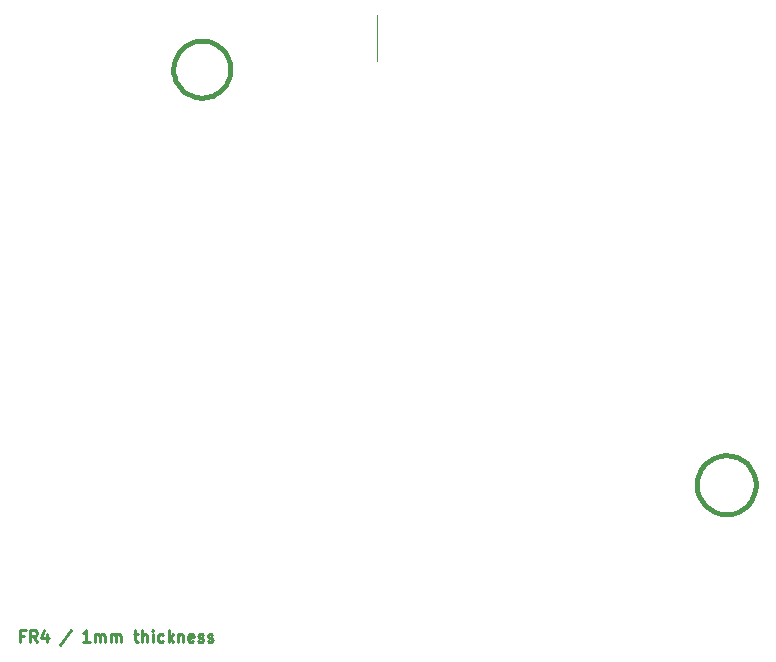
<source format=gbr>
G04 (created by PCBNEW-RS274X (2012-01-19 BZR 3256)-stable) date Thu 07 Jun 2012 01:37:20 PM EEST*
G01*
G70*
G90*
%MOIN*%
G04 Gerber Fmt 3.4, Leading zero omitted, Abs format*
%FSLAX34Y34*%
G04 APERTURE LIST*
%ADD10C,0.006000*%
%ADD11C,0.015000*%
%ADD12C,0.000400*%
%ADD13C,0.009800*%
G04 APERTURE END LIST*
G54D10*
G54D11*
X57676Y-26379D02*
X57662Y-26297D01*
X57641Y-26217D01*
X57614Y-26138D01*
X57579Y-26063D01*
X57538Y-25991D01*
X57491Y-25922D01*
X57438Y-25858D01*
X57380Y-25799D01*
X57316Y-25745D01*
X57249Y-25697D01*
X57177Y-25655D01*
X57102Y-25620D01*
X57024Y-25591D01*
X56944Y-25569D01*
X56862Y-25554D01*
X56780Y-25546D01*
X56698Y-25545D01*
X56615Y-25552D01*
X56533Y-25566D01*
X56453Y-25587D01*
X56374Y-25614D01*
X56299Y-25649D01*
X56227Y-25690D01*
X56158Y-25737D01*
X56094Y-25790D01*
X56035Y-25848D01*
X55981Y-25912D01*
X55933Y-25979D01*
X55891Y-26051D01*
X55856Y-26126D01*
X55827Y-26204D01*
X55805Y-26284D01*
X55790Y-26366D01*
X55782Y-26448D01*
X55781Y-26530D01*
X55788Y-26613D01*
X55802Y-26695D01*
X55823Y-26775D01*
X55850Y-26854D01*
X55885Y-26929D01*
X55926Y-27001D01*
X55973Y-27070D01*
X56026Y-27134D01*
X56084Y-27193D01*
X56148Y-27247D01*
X56215Y-27295D01*
X56287Y-27337D01*
X56362Y-27372D01*
X56440Y-27401D01*
X56520Y-27423D01*
X56602Y-27438D01*
X56684Y-27446D01*
X56766Y-27447D01*
X56849Y-27440D01*
X56931Y-27426D01*
X57011Y-27405D01*
X57090Y-27378D01*
X57165Y-27343D01*
X57237Y-27302D01*
X57306Y-27255D01*
X57370Y-27202D01*
X57429Y-27144D01*
X57483Y-27080D01*
X57531Y-27013D01*
X57573Y-26941D01*
X57608Y-26866D01*
X57637Y-26788D01*
X57659Y-26708D01*
X57674Y-26626D01*
X57682Y-26544D01*
X57683Y-26462D01*
X57676Y-26379D01*
X75197Y-40354D02*
X75178Y-40545D01*
X75122Y-40728D01*
X75032Y-40898D01*
X74911Y-41047D01*
X74763Y-41169D01*
X74594Y-41261D01*
X74410Y-41317D01*
X74219Y-41337D01*
X74029Y-41320D01*
X73845Y-41266D01*
X73675Y-41177D01*
X73525Y-41057D01*
X73402Y-40909D01*
X73309Y-40741D01*
X73251Y-40558D01*
X73230Y-40367D01*
X73246Y-40177D01*
X73299Y-39992D01*
X73386Y-39821D01*
X73506Y-39671D01*
X73652Y-39546D01*
X73820Y-39453D01*
X74002Y-39393D01*
X74193Y-39371D01*
X74383Y-39385D01*
X74568Y-39437D01*
X74740Y-39524D01*
X74891Y-39642D01*
X75017Y-39787D01*
X75111Y-39954D01*
X75172Y-40136D01*
X75196Y-40327D01*
X75197Y-40354D01*
G54D12*
X62579Y-26220D02*
X62579Y-24705D01*
G54D13*
X50802Y-45386D02*
X50671Y-45386D01*
X50671Y-45592D02*
X50671Y-45198D01*
X50858Y-45198D01*
X51234Y-45592D02*
X51103Y-45405D01*
X51009Y-45592D02*
X51009Y-45198D01*
X51159Y-45198D01*
X51196Y-45217D01*
X51215Y-45236D01*
X51234Y-45274D01*
X51234Y-45330D01*
X51215Y-45367D01*
X51196Y-45386D01*
X51159Y-45405D01*
X51009Y-45405D01*
X51572Y-45330D02*
X51572Y-45592D01*
X51478Y-45180D02*
X51384Y-45461D01*
X51628Y-45461D01*
X52359Y-45180D02*
X52022Y-45686D01*
X52997Y-45592D02*
X52772Y-45592D01*
X52885Y-45592D02*
X52885Y-45198D01*
X52847Y-45255D01*
X52810Y-45292D01*
X52772Y-45311D01*
X53166Y-45592D02*
X53166Y-45330D01*
X53166Y-45367D02*
X53185Y-45349D01*
X53222Y-45330D01*
X53278Y-45330D01*
X53316Y-45349D01*
X53335Y-45386D01*
X53335Y-45592D01*
X53335Y-45386D02*
X53353Y-45349D01*
X53391Y-45330D01*
X53447Y-45330D01*
X53485Y-45349D01*
X53504Y-45386D01*
X53504Y-45592D01*
X53691Y-45592D02*
X53691Y-45330D01*
X53691Y-45367D02*
X53710Y-45349D01*
X53747Y-45330D01*
X53803Y-45330D01*
X53841Y-45349D01*
X53860Y-45386D01*
X53860Y-45592D01*
X53860Y-45386D02*
X53878Y-45349D01*
X53916Y-45330D01*
X53972Y-45330D01*
X54010Y-45349D01*
X54029Y-45386D01*
X54029Y-45592D01*
X54460Y-45330D02*
X54610Y-45330D01*
X54516Y-45198D02*
X54516Y-45536D01*
X54535Y-45574D01*
X54572Y-45592D01*
X54610Y-45592D01*
X54741Y-45592D02*
X54741Y-45198D01*
X54910Y-45592D02*
X54910Y-45386D01*
X54891Y-45349D01*
X54853Y-45330D01*
X54797Y-45330D01*
X54760Y-45349D01*
X54741Y-45367D01*
X55097Y-45592D02*
X55097Y-45330D01*
X55097Y-45198D02*
X55078Y-45217D01*
X55097Y-45236D01*
X55116Y-45217D01*
X55097Y-45198D01*
X55097Y-45236D01*
X55454Y-45574D02*
X55416Y-45592D01*
X55341Y-45592D01*
X55304Y-45574D01*
X55285Y-45555D01*
X55266Y-45517D01*
X55266Y-45405D01*
X55285Y-45367D01*
X55304Y-45349D01*
X55341Y-45330D01*
X55416Y-45330D01*
X55454Y-45349D01*
X55623Y-45592D02*
X55623Y-45198D01*
X55660Y-45442D02*
X55773Y-45592D01*
X55773Y-45330D02*
X55623Y-45480D01*
X55942Y-45330D02*
X55942Y-45592D01*
X55942Y-45367D02*
X55961Y-45349D01*
X55998Y-45330D01*
X56054Y-45330D01*
X56092Y-45349D01*
X56111Y-45386D01*
X56111Y-45592D01*
X56448Y-45574D02*
X56410Y-45592D01*
X56335Y-45592D01*
X56298Y-45574D01*
X56279Y-45536D01*
X56279Y-45386D01*
X56298Y-45349D01*
X56335Y-45330D01*
X56410Y-45330D01*
X56448Y-45349D01*
X56467Y-45386D01*
X56467Y-45424D01*
X56279Y-45461D01*
X56617Y-45574D02*
X56655Y-45592D01*
X56730Y-45592D01*
X56767Y-45574D01*
X56786Y-45536D01*
X56786Y-45517D01*
X56767Y-45480D01*
X56730Y-45461D01*
X56673Y-45461D01*
X56636Y-45442D01*
X56617Y-45405D01*
X56617Y-45386D01*
X56636Y-45349D01*
X56673Y-45330D01*
X56730Y-45330D01*
X56767Y-45349D01*
X56936Y-45574D02*
X56974Y-45592D01*
X57049Y-45592D01*
X57086Y-45574D01*
X57105Y-45536D01*
X57105Y-45517D01*
X57086Y-45480D01*
X57049Y-45461D01*
X56992Y-45461D01*
X56955Y-45442D01*
X56936Y-45405D01*
X56936Y-45386D01*
X56955Y-45349D01*
X56992Y-45330D01*
X57049Y-45330D01*
X57086Y-45349D01*
M02*

</source>
